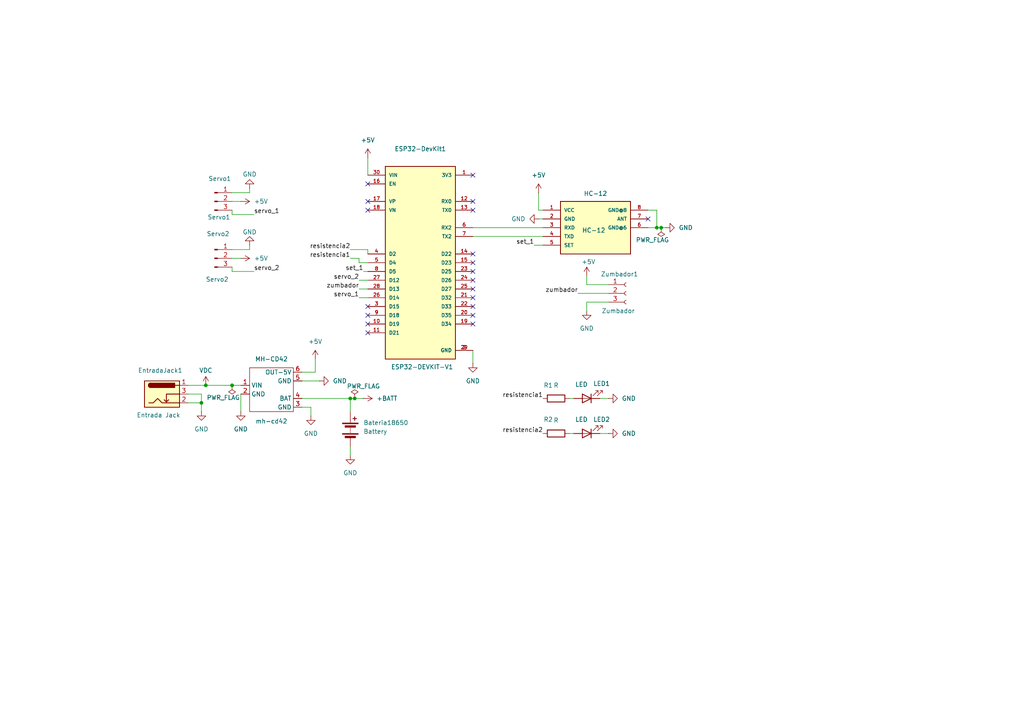
<source format=kicad_sch>
(kicad_sch (version 20231120) (generator "eeschema") (generator_version "8.0")
  (paper "A4")
  (lib_symbols
    (symbol "Connector:Barrel_Jack_Switch" (pin_names hide)
      (property "Reference" "J" (at 0 5.334 0))
      (property "Value" "Barrel_Jack_Switch" (at 0 -5.08 0))
      (symbol "Barrel_Jack_Switch_0_1"
        (rectangle (start -5.08 3.81) (end 5.08 -3.81) (stroke (width 0.254)) (fill (type background)))
        (arc (start -3.302 3.175) (mid -3.9343 2.54) (end -3.302 1.905) (stroke (width 0.254)))
        (arc (start -3.302 3.175) (mid -3.9343 2.54) (end -3.302 1.905) (stroke (width 0.254)) (fill (type outline)))
        (polyline (pts (xy 1.27 -2.286) (xy 1.905 -1.651)) (stroke (width 0.254)))
        (polyline (pts (xy 5.08 2.54) (xy 3.81 2.54)) (stroke (width 0.254)))
        (polyline (pts (xy 5.08 0) (xy 1.27 0) (xy 1.27 -2.286) (xy 0.635 -1.651)) (stroke (width 0.254)))
        (polyline (pts (xy -3.81 -2.54) (xy -2.54 -2.54) (xy -1.27 -1.27) (xy 0 -2.54) (xy 2.54 -2.54) (xy 5.08 -2.54)) (stroke (width 0.254)))
        (rectangle (start 3.683 3.175) (end -3.302 1.905) (stroke (width 0.254)) (fill (type outline)))
      )
      (symbol "Barrel_Jack_Switch_1_1"
        (pin passive line (at 7.62 2.54 180) (length 2.54) (name "~") (number "1"))
        (pin passive line (at 7.62 -2.54 180) (length 2.54) (name "~") (number "2"))
        (pin passive line (at 7.62 0 180) (length 2.54) (name "~") (number "3"))
      )
    )
    (symbol "Connector:Conn_01x03_Pin" (pin_names (offset 1.016) hide)
      (property "Reference" "J" (at 0 5.08 0))
      (property "Value" "Conn_01x03_Pin" (at 0 -5.08 0))
      (symbol "Conn_01x03_Pin_1_1"
        (polyline (pts (xy 1.27 -2.54) (xy 0.8636 -2.54)) (stroke (width 0.1524)))
        (polyline (pts (xy 1.27 0) (xy 0.8636 0)) (stroke (width 0.1524)))
        (polyline (pts (xy 1.27 2.54) (xy 0.8636 2.54)) (stroke (width 0.1524)))
        (rectangle (start 0.8636 -2.413) (end 0 -2.667) (stroke (width 0.1524)) (fill (type outline)))
        (rectangle (start 0.8636 0.127) (end 0 -0.127) (stroke (width 0.1524)) (fill (type outline)))
        (rectangle (start 0.8636 2.667) (end 0 2.413) (stroke (width 0.1524)) (fill (type outline)))
        (pin passive line (at 5.08 2.54 180) (length 3.81) (name "Pin_1") (number "1"))
        (pin passive line (at 5.08 0 180) (length 3.81) (name "Pin_2") (number "2"))
        (pin passive line (at 5.08 -2.54 180) (length 3.81) (name "Pin_3") (number "3"))
      )
    )
    (symbol "Connector:Conn_01x03_Socket" (pin_names (offset 1.016) hide)
      (property "Reference" "J" (at 0 5.08 0))
      (property "Value" "Conn_01x03_Socket" (at 0 -5.08 0))
      (symbol "Conn_01x03_Socket_1_1"
        (arc (start 0 -2.032) (mid -0.5058 -2.54) (end 0 -3.048) (stroke (width 0.1524)))
        (polyline (pts (xy -1.27 -2.54) (xy -0.508 -2.54)) (stroke (width 0.1524)))
        (polyline (pts (xy -1.27 0) (xy -0.508 0)) (stroke (width 0.1524)))
        (polyline (pts (xy -1.27 2.54) (xy -0.508 2.54)) (stroke (width 0.1524)))
        (arc (start 0 0.508) (mid -0.5058 0) (end 0 -0.508) (stroke (width 0.1524)))
        (arc (start 0 3.048) (mid -0.5058 2.54) (end 0 2.032) (stroke (width 0.1524)))
        (pin passive line (at -5.08 2.54 0) (length 3.81) (name "Pin_1") (number "1"))
        (pin passive line (at -5.08 0 0) (length 3.81) (name "Pin_2") (number "2"))
        (pin passive line (at -5.08 -2.54 0) (length 3.81) (name "Pin_3") (number "3"))
      )
    )
    (symbol "Device:Battery" (pin_numbers hide) (pin_names (offset 0) hide)
      (property "Reference" "BT" (at 2.54 2.54 0))
      (property "Value" "Battery" (at 2.54 0 0))
      (symbol "Battery_0_1"
        (rectangle (start -2.286 -1.27) (end 2.286 -1.524) (fill (type outline)))
        (rectangle (start -2.286 1.778) (end 2.286 1.524) (fill (type outline)))
        (rectangle (start -1.524 -2.032) (end 1.524 -2.54) (fill (type outline)))
        (rectangle (start -1.524 1.016) (end 1.524 0.508) (fill (type outline)))
        (polyline (pts (xy 0 -1.016) (xy 0 -0.762)))
        (polyline (pts (xy 0 -0.508) (xy 0 -0.254)))
        (polyline (pts (xy 0 0) (xy 0 0.254)))
        (polyline (pts (xy 0 1.778) (xy 0 2.54)))
        (polyline (pts (xy 0.762 3.048) (xy 1.778 3.048)) (stroke (width 0.254)))
        (polyline (pts (xy 1.27 3.556) (xy 1.27 2.54)) (stroke (width 0.254)))
      )
      (symbol "Battery_1_1"
        (pin passive line (at 0 5.08 270) (length 2.54) (name "+") (number "1"))
        (pin passive line (at 0 -5.08 90) (length 2.54) (name "-") (number "2"))
      )
    )
    (symbol "Device:LED" (pin_numbers hide) (pin_names (offset 1.016) hide)
      (property "Reference" "D" (at 0 2.54 0))
      (property "Value" "LED" (at 0 -2.54 0))
      (symbol "LED_0_1"
        (polyline (pts (xy -1.27 -1.27) (xy -1.27 1.27)) (stroke (width 0.254)))
        (polyline (pts (xy -1.27 0) (xy 1.27 0)))
        (polyline (pts (xy 1.27 -1.27) (xy 1.27 1.27) (xy -1.27 0) (xy 1.27 -1.27)) (stroke (width 0.254)))
        (polyline (pts (xy -3.048 -0.762) (xy -4.572 -2.286) (xy -3.81 -2.286) (xy -4.572 -2.286) (xy -4.572 -1.524)))
        (polyline (pts (xy -1.778 -0.762) (xy -3.302 -2.286) (xy -2.54 -2.286) (xy -3.302 -2.286) (xy -3.302 -1.524)))
      )
      (symbol "LED_1_1"
        (pin passive line (at -3.81 0 0) (length 2.54) (name "K") (number "1"))
        (pin passive line (at 3.81 0 180) (length 2.54) (name "A") (number "2"))
      )
    )
    (symbol "Device:R" (pin_numbers hide) (pin_names (offset 0))
      (property "Reference" "R" (at 2.032 0 90))
      (property "Value" "R" (at 0 0 90))
      (symbol "R_0_1"
        (rectangle (start -1.016 -2.54) (end 1.016 2.54) (stroke (width 0.254)))
      )
      (symbol "R_1_1"
        (pin passive line (at 0 3.81 270) (length 1.27) (name "~") (number "1"))
        (pin passive line (at 0 -3.81 90) (length 1.27) (name "~") (number "2"))
      )
    )
    (symbol "HC-12:HC-12" (pin_names (offset 1.016))
      (property "Reference" "U" (at -10.16 -10.16 0))
      (property "Value" "HC-12" (at 0 -10.16 0))
      (symbol "HC-12_0_0"
        (rectangle (start -10.16 -7.62) (end 10.16 7.62) (stroke (width 0.254)) (fill (type background)))
        (pin power_in line (at -15.24 5.08 0) (length 5.08) (name "VCC") (number "1"))
        (pin power_in line (at -15.24 2.54 0) (length 5.08) (name "GND") (number "2"))
        (pin bidirectional line (at -15.24 0 0) (length 5.08) (name "RXD") (number "3"))
        (pin bidirectional line (at -15.24 -2.54 0) (length 5.08) (name "TXD") (number "4"))
        (pin bidirectional line (at -15.24 -5.08 0) (length 5.08) (name "SET") (number "5"))
        (pin power_in line (at 15.24 0 180) (length 5.08) (name "GND@6") (number "6"))
        (pin bidirectional line (at 15.24 2.54 180) (length 5.08) (name "ANT") (number "7"))
        (pin power_in line (at 15.24 5.08 180) (length 5.08) (name "GND@8") (number "8"))
      )
    )
    (symbol "MH-CD42:mh-cd42"
      (property "Reference" "U" (at 0 7.62 0))
      (property "Value" "mh-cd42" (at 0 -7.62 0))
      (symbol "mh-cd42_0_1"
        (rectangle (start -6.35 6.35) (end 6.35 -6.35))
      )
      (symbol "mh-cd42_1_1"
        (pin power_in line (at -8.89 1.27 0) (length 2.54) (name "VIN") (number "1"))
        (pin passive line (at -8.89 -1.27 0) (length 2.54) (name "GND") (number "2"))
        (pin passive line (at 8.89 -5.08 180) (length 2.54) (name "GND") (number "3"))
        (pin passive line (at 8.89 -2.54 180) (length 2.54) (name "BAT") (number "4"))
        (pin passive line (at 8.89 2.54 180) (length 2.54) (name "GND") (number "5"))
        (pin power_out line (at 8.89 5.08 180) (length 2.54) (name "OUT-5V") (number "6"))
      )
    )
    (symbol "esp32devkit1:ESP32-DEVKIT-V1" (pin_names (offset 1.016))
      (property "Reference" "U" (at -10.16 30.48 0))
      (property "Value" "ESP32-DEVKIT-V1" (at -10.16 -30.48 0))
      (symbol "ESP32-DEVKIT-V1_0_0"
        (rectangle (start -10.16 -27.94) (end 10.16 27.94) (stroke (width 0.254)) (fill (type background)))
        (pin output line (at 15.24 25.4 180) (length 5.08) (name "3V3") (number "1"))
        (pin bidirectional line (at -15.24 -17.78 0) (length 5.08) (name "D19") (number "10"))
        (pin bidirectional line (at -15.24 -20.32 0) (length 5.08) (name "D21") (number "11"))
        (pin input line (at 15.24 17.78 180) (length 5.08) (name "RX0") (number "12"))
        (pin output line (at 15.24 15.24 180) (length 5.08) (name "TX0") (number "13"))
        (pin bidirectional line (at 15.24 2.54 180) (length 5.08) (name "D22") (number "14"))
        (pin bidirectional line (at 15.24 0 180) (length 5.08) (name "D23") (number "15"))
        (pin input line (at -15.24 22.86 0) (length 5.08) (name "EN") (number "16"))
        (pin bidirectional line (at -15.24 17.78 0) (length 5.08) (name "VP") (number "17"))
        (pin bidirectional line (at -15.24 15.24 0) (length 5.08) (name "VN") (number "18"))
        (pin bidirectional line (at 15.24 -17.78 180) (length 5.08) (name "D34") (number "19"))
        (pin power_in line (at 15.24 -25.4 180) (length 5.08) (name "GND") (number "2"))
        (pin bidirectional line (at 15.24 -15.24 180) (length 5.08) (name "D35") (number "20"))
        (pin bidirectional line (at 15.24 -10.16 180) (length 5.08) (name "D32") (number "21"))
        (pin bidirectional line (at 15.24 -12.7 180) (length 5.08) (name "D33") (number "22"))
        (pin bidirectional line (at 15.24 -2.54 180) (length 5.08) (name "D25") (number "23"))
        (pin bidirectional line (at 15.24 -5.08 180) (length 5.08) (name "D26") (number "24"))
        (pin bidirectional line (at 15.24 -7.62 180) (length 5.08) (name "D27") (number "25"))
        (pin bidirectional line (at -15.24 -10.16 0) (length 5.08) (name "D14") (number "26"))
        (pin bidirectional line (at -15.24 -5.08 0) (length 5.08) (name "D12") (number "27"))
        (pin bidirectional line (at -15.24 -7.62 0) (length 5.08) (name "D13") (number "28"))
        (pin power_in line (at 15.24 -25.4 180) (length 5.08) (name "GND") (number "29"))
        (pin bidirectional line (at -15.24 -12.7 0) (length 5.08) (name "D15") (number "3"))
        (pin input line (at -15.24 25.4 0) (length 5.08) (name "VIN") (number "30"))
        (pin bidirectional line (at -15.24 2.54 0) (length 5.08) (name "D2") (number "4"))
        (pin bidirectional line (at -15.24 0 0) (length 5.08) (name "D4") (number "5"))
        (pin input line (at 15.24 10.16 180) (length 5.08) (name "RX2") (number "6"))
        (pin output line (at 15.24 7.62 180) (length 5.08) (name "TX2") (number "7"))
        (pin bidirectional line (at -15.24 -2.54 0) (length 5.08) (name "D5") (number "8"))
        (pin bidirectional line (at -15.24 -15.24 0) (length 5.08) (name "D18") (number "9"))
      )
    )
    (symbol "power:+5V" (power) (pin_numbers hide) (pin_names (offset 0) hide)
      (property "Value" "+5V" (at 0 3.556 0))
      (symbol "+5V_0_1"
        (polyline (pts (xy -0.762 1.27) (xy 0 2.54)))
        (polyline (pts (xy 0 0) (xy 0 2.54)))
        (polyline (pts (xy 0 2.54) (xy 0.762 1.27)))
      )
      (symbol "+5V_1_1"
        (pin power_in line (at 0 0 90) (length 0) (name "~") (number "1"))
      )
    )
    (symbol "power:+BATT" (power) (pin_numbers hide) (pin_names (offset 0) hide)
      (property "Value" "+BATT" (at 0 3.556 0))
      (symbol "+BATT_0_1"
        (polyline (pts (xy -0.762 1.27) (xy 0 2.54)))
        (polyline (pts (xy 0 0) (xy 0 2.54)))
        (polyline (pts (xy 0 2.54) (xy 0.762 1.27)))
      )
      (symbol "+BATT_1_1"
        (pin power_in line (at 0 0 90) (length 0) (name "~") (number "1"))
      )
    )
    (symbol "power:GND" (power) (pin_numbers hide) (pin_names (offset 0) hide)
      (property "Value" "GND" (at 0 -3.81 0))
      (symbol "GND_0_1"
        (polyline (pts (xy 0 0) (xy 0 -1.27) (xy 1.27 -1.27) (xy 0 -2.54) (xy -1.27 -1.27) (xy 0 -1.27)))
      )
      (symbol "GND_1_1"
        (pin power_in line (at 0 0 270) (length 0) (name "~") (number "1"))
      )
    )
    (symbol "power:PWR_FLAG" (power) (pin_numbers hide) (pin_names (offset 0) hide)
      (property "Value" "PWR_FLAG" (at 0 3.81 0))
      (symbol "PWR_FLAG_0_0"
        (pin power_out line (at 0 0 90) (length 0) (name "~") (number "1"))
      )
      (symbol "PWR_FLAG_0_1"
        (polyline (pts (xy 0 0) (xy 0 1.27) (xy -1.016 1.905) (xy 0 2.54) (xy 1.016 1.905) (xy 0 1.27)))
      )
    )
    (symbol "power:VDC" (power) (pin_numbers hide) (pin_names (offset 0) hide)
      (property "Value" "VDC" (at 0 3.556 0))
      (symbol "VDC_0_1"
        (polyline (pts (xy -0.762 1.27) (xy 0 2.54)))
        (polyline (pts (xy 0 0) (xy 0 2.54)))
        (polyline (pts (xy 0 2.54) (xy 0.762 1.27)))
      )
      (symbol "VDC_1_1"
        (pin power_in line (at 0 0 90) (length 0) (name "~") (number "1"))
      )
    )
  )
  (junction (at 58.42 116.84))
  (junction (at 59.69 111.76))
  (junction (at 190.5 66.04))
  (junction (at 102.87 115.57))
  (junction (at 191.77 66.04))
  (junction (at 67.31 111.76))
  (junction (at 101.6 115.57))
  (no_connect (at 137.16 50.8))
  (no_connect (at 137.16 81.28))
  (no_connect (at 187.96 63.5))
  (no_connect (at 137.16 73.66))
  (no_connect (at 106.68 58.42))
  (no_connect (at 106.68 96.52))
  (no_connect (at 137.16 93.98))
  (no_connect (at 137.16 86.36))
  (no_connect (at 137.16 78.74))
  (no_connect (at 106.68 93.98))
  (no_connect (at 106.68 91.44))
  (no_connect (at 106.68 60.96))
  (no_connect (at 137.16 58.42))
  (no_connect (at 137.16 76.2))
  (no_connect (at 137.16 83.82))
  (no_connect (at 137.16 60.96))
  (no_connect (at 137.16 91.44))
  (no_connect (at 106.68 88.9))
  (no_connect (at 106.68 53.34))
  (no_connect (at 137.16 88.9))
  (wire (pts (xy 54.61 111.76) (xy 59.69 111.76)))
  (wire (pts (xy 101.6 119.38) (xy 101.6 115.57)))
  (wire (pts (xy 106.68 72.39) (xy 106.68 73.66)))
  (wire (pts (xy 105.41 78.74) (xy 106.68 78.74)))
  (wire (pts (xy 72.39 55.88) (xy 72.39 54.61)))
  (wire (pts (xy 167.64 85.09) (xy 176.53 85.09)))
  (wire (pts (xy 58.42 116.84) (xy 58.42 119.38)))
  (wire (pts (xy 156.21 63.5) (xy 157.48 63.5)))
  (wire (pts (xy 72.39 55.88) (xy 67.31 55.88)))
  (wire (pts (xy 90.17 120.65) (xy 90.17 118.11)))
  (wire (pts (xy 190.5 60.96) (xy 190.5 66.04)))
  (wire (pts (xy 106.68 76.2) (xy 104.14 76.2)))
  (wire (pts (xy 193.04 66.04) (xy 191.77 66.04)))
  (wire (pts (xy 104.14 86.36) (xy 106.68 86.36)))
  (wire (pts (xy 106.68 45.72) (xy 106.68 50.8)))
  (wire (pts (xy 67.31 111.76) (xy 69.85 111.76)))
  (wire (pts (xy 54.61 116.84) (xy 58.42 116.84)))
  (wire (pts (xy 170.18 82.55) (xy 176.53 82.55)))
  (wire (pts (xy 90.17 118.11) (xy 87.63 118.11)))
  (wire (pts (xy 173.99 125.73) (xy 176.53 125.73)))
  (wire (pts (xy 104.14 83.82) (xy 106.68 83.82)))
  (wire (pts (xy 67.31 60.96) (xy 67.31 62.23)))
  (wire (pts (xy 187.96 66.04) (xy 190.5 66.04)))
  (wire (pts (xy 166.37 125.73) (xy 165.1 125.73)))
  (wire (pts (xy 87.63 107.95) (xy 91.44 107.95)))
  (wire (pts (xy 67.31 58.42) (xy 69.85 58.42)))
  (wire (pts (xy 104.14 74.93) (xy 101.6 74.93)))
  (wire (pts (xy 58.42 114.3) (xy 58.42 116.84)))
  (wire (pts (xy 101.6 115.57) (xy 102.87 115.57)))
  (wire (pts (xy 87.63 110.49) (xy 92.71 110.49)))
  (wire (pts (xy 67.31 62.23) (xy 73.66 62.23)))
  (wire (pts (xy 157.48 60.96) (xy 156.21 60.96)))
  (wire (pts (xy 137.16 68.58) (xy 157.48 68.58)))
  (wire (pts (xy 67.31 78.74) (xy 73.66 78.74)))
  (wire (pts (xy 137.16 66.04) (xy 157.48 66.04)))
  (wire (pts (xy 67.31 72.39) (xy 72.39 72.39)))
  (wire (pts (xy 67.31 74.93) (xy 69.85 74.93)))
  (wire (pts (xy 102.87 115.57) (xy 105.41 115.57)))
  (wire (pts (xy 170.18 87.63) (xy 176.53 87.63)))
  (wire (pts (xy 104.14 76.2) (xy 104.14 74.93)))
  (wire (pts (xy 101.6 115.57) (xy 87.63 115.57)))
  (wire (pts (xy 187.96 60.96) (xy 190.5 60.96)))
  (wire (pts (xy 156.21 60.96) (xy 156.21 55.88)))
  (wire (pts (xy 137.16 101.6) (xy 137.16 105.41)))
  (wire (pts (xy 170.18 90.17) (xy 170.18 87.63)))
  (wire (pts (xy 101.6 72.39) (xy 106.68 72.39)))
  (wire (pts (xy 170.18 80.01) (xy 170.18 82.55)))
  (wire (pts (xy 166.37 115.57) (xy 165.1 115.57)))
  (wire (pts (xy 173.99 115.57) (xy 176.53 115.57)))
  (wire (pts (xy 59.69 111.76) (xy 67.31 111.76)))
  (wire (pts (xy 72.39 72.39) (xy 72.39 71.12)))
  (wire (pts (xy 101.6 129.54) (xy 101.6 132.08)))
  (wire (pts (xy 54.61 114.3) (xy 58.42 114.3)))
  (wire (pts (xy 67.31 77.47) (xy 67.31 78.74)))
  (wire (pts (xy 69.85 114.3) (xy 69.85 119.38)))
  (wire (pts (xy 104.14 81.28) (xy 106.68 81.28)))
  (wire (pts (xy 154.94 71.12) (xy 157.48 71.12)))
  (wire (pts (xy 191.77 66.04) (xy 190.5 66.04)))
  (wire (pts (xy 91.44 107.95) (xy 91.44 104.14)))
  (label "resistencia1" (at 157.48 115.57 180))
  (label "resistencia1" (at 101.6 74.93 180))
  (label "zumbador" (at 104.14 83.82 180))
  (label "servo_2" (at 73.66 78.74 0))
  (label "zumbador" (at 167.64 85.09 180))
  (label "set_1" (at 105.41 78.74 180))
  (label "servo_1" (at 104.14 86.36 180))
  (label "resistencia2" (at 101.6 72.39 180))
  (label "resistencia2" (at 157.48 125.73 180))
  (label "set_1" (at 154.94 71.12 180))
  (label "servo_1" (at 73.66 62.23 0))
  (label "servo_2" (at 104.14 81.28 180))
  (symbol (lib_id "power:+5V") (at 106.68 45.72 0) (unit 1)
    (property "Reference" "#PWR019" (effects (hide yes)))
    (property "Value" "+5V" (at 106.68 40.64 0))
    (property "Description" "Power symbol creates a global label with name \"+5V\"" (effects (hide yes)))
  )
  (symbol (lib_id "power:GND") (at 176.53 115.57 90) (unit 1)
    (property "Reference" "#PWR016" (effects (hide yes)))
    (property "Value" "GND" (at 180.34 115.5701 90) (effects (justify right)))
    (property "Description" "Power symbol creates a global label with name \"GND\" , ground" (effects (hide yes)))
  )
  (symbol (lib_id "Connector:Conn_01x03_Pin") (at 62.23 58.42 0) (unit 1)
    (property "Reference" "Servo1" (at 63.5 62.992 0))
    (property "Value" "Servo1" (at 63.754 51.816 0))
    (property "Footprint" "Connector_PinHeader_2.54mm:PinHeader_1x03_P2.54mm_Vertical" (effects (hide yes)))
    (property "Description" "Generic connector, single row, 01x03, script generated" (effects (hide yes)))
  )
  (symbol (lib_id "power:PWR_FLAG") (at 67.31 111.76 180) (unit 1)
    (property "Reference" "#FLG01" (effects (hide yes)))
    (property "Value" "PWR_FLAG" (at 64.77 115.316 0))
    (property "Description" "Special symbol for telling ERC where power comes from" (effects (hide yes)))
  )
  (symbol (lib_id "power:+5V") (at 170.18 80.01 0) (unit 1)
    (property "Reference" "#PWR017" (effects (hide yes)))
    (property "Value" "+5V" (at 170.688 75.946 0))
    (property "Description" "Power symbol creates a global label with name \"+5V\"" (effects (hide yes)))
  )
  (symbol (lib_id "Connector:Conn_01x03_Pin") (at 62.23 74.93 0) (unit 1)
    (property "Reference" "Servo2" (at 62.992 81.026 0))
    (property "Value" "Servo2" (at 63.246 67.818 0))
    (property "Footprint" "Connector_PinHeader_2.54mm:PinHeader_1x03_P2.54mm_Vertical" (effects (hide yes)))
    (property "Description" "Generic connector, single row, 01x03, script generated" (effects (hide yes)))
  )
  (symbol (lib_id "power:GND") (at 170.18 90.17 0) (unit 1)
    (property "Reference" "#PWR021" (effects (hide yes)))
    (property "Value" "GND" (at 170.18 95.25 0))
    (property "Description" "Power symbol creates a global label with name \"GND\" , ground" (effects (hide yes)))
  )
  (symbol (lib_id "power:GND") (at 72.39 54.61 180) (unit 1)
    (property "Reference" "#PWR013" (effects (hide yes)))
    (property "Value" "GND" (at 70.358 50.546 0) (effects (justify right)))
    (property "Description" "Power symbol creates a global label with name \"GND\" , ground" (effects (hide yes)))
  )
  (symbol (lib_id "power:PWR_FLAG") (at 191.77 66.04 180) (unit 1)
    (property "Reference" "#FLG03" (effects (hide yes)))
    (property "Value" "PWR_FLAG" (at 189.23 69.596 0))
    (property "Description" "Special symbol for telling ERC where power comes from" (effects (hide yes)))
  )
  (symbol (lib_id "Device:LED") (at 170.18 115.57 180) (unit 1)
    (property "Reference" "LED1" (at 174.498 111.252 0))
    (property "Value" "LED" (at 168.656 111.506 0))
    (property "Footprint" "LED_THT:LED_D3.0mm" (effects (hide yes)))
    (property "Description" "Light emitting diode" (effects (hide yes)))
  )
  (symbol (lib_id "power:+5V") (at 91.44 104.14 0) (unit 1)
    (property "Reference" "#PWR03" (effects (hide yes)))
    (property "Value" "+5V" (at 91.44 99.06 0))
    (property "Description" "Power symbol creates a global label with name \"+5V\"" (effects (hide yes)))
  )
  (symbol (lib_id "Device:Battery") (at 101.6 124.46 0) (unit 1)
    (property "Reference" "Bateria18650" (at 105.41 122.6184 0) (effects (justify left)))
    (property "Value" "Battery" (at 105.41 125.1584 0) (effects (justify left)))
    (property "Footprint" "Battery:BatteryHolder_Keystone_1042_1x18650" (effects (hide yes)))
    (property "Description" "Multiple-cell battery" (effects (hide yes)))
  )
  (symbol (lib_id "Device:R") (at 161.29 115.57 90) (unit 1)
    (property "Reference" "R1" (at 159.004 111.76 90))
    (property "Value" "R" (at 161.29 111.76 90))
    (property "Footprint" "Resistor_THT:R_Axial_DIN0207_L6.3mm_D2.5mm_P7.62mm_Horizontal" (effects (hide yes)))
    (property "Description" "Resistor" (effects (hide yes)))
  )
  (symbol (lib_id "Connector:Barrel_Jack_Switch") (at 46.99 114.3 0) (unit 1)
    (property "Reference" "EntradaJack1" (at 46.482 107.442 0))
    (property "Value" "Entrada Jack" (at 45.974 120.396 0))
    (property "Footprint" "Connector_BarrelJack:BarrelJack_Horizontal" (effects (hide yes)))
    (property "Description" "DC Barrel Jack with an internal switch" (effects (hide yes)))
  )
  (symbol (lib_id "Device:LED") (at 170.18 125.73 180) (unit 1)
    (property "Reference" "LED2" (at 174.498 121.666 0))
    (property "Value" "LED" (at 168.656 121.666 0))
    (property "Footprint" "LED_THT:LED_D3.0mm" (effects (hide yes)))
    (property "Description" "Light emitting diode" (effects (hide yes)))
  )
  (symbol (lib_id "power:GND") (at 58.42 119.38 0) (unit 1)
    (property "Reference" "#PWR09" (effects (hide yes)))
    (property "Value" "GND" (at 58.42 124.46 0))
    (property "Description" "Power symbol creates a global label with name \"GND\" , ground" (effects (hide yes)))
  )
  (symbol (lib_id "power:GND") (at 69.85 119.38 0) (unit 1)
    (property "Reference" "#PWR010" (effects (hide yes)))
    (property "Value" "GND" (at 69.85 124.46 0))
    (property "Description" "Power symbol creates a global label with name \"GND\" , ground" (effects (hide yes)))
  )
  (symbol (lib_id "power:GND") (at 156.21 63.5 270) (unit 1)
    (property "Reference" "#PWR011" (effects (hide yes)))
    (property "Value" "GND" (at 152.4 63.4999 90) (effects (justify right)))
    (property "Description" "Power symbol creates a global label with name \"GND\" , ground" (effects (hide yes)))
  )
  (symbol (lib_id "power:+5V") (at 69.85 58.42 270) (unit 1)
    (property "Reference" "#PWR015" (effects (hide yes)))
    (property "Value" "+5V" (at 73.66 58.4199 90) (effects (justify left)))
    (property "Description" "Power symbol creates a global label with name \"+5V\"" (effects (hide yes)))
  )
  (symbol (lib_id "power:GND") (at 137.16 105.41 0) (unit 1)
    (property "Reference" "#PWR018" (effects (hide yes)))
    (property "Value" "GND" (at 137.16 110.49 0))
    (property "Description" "Power symbol creates a global label with name \"GND\" , ground" (effects (hide yes)))
  )
  (symbol (lib_id "MH-CD42:mh-cd42") (at 78.74 113.03 0) (unit 1)
    (property "Reference" "MH-CD42" (at 78.74 104.14 0))
    (property "Value" "mh-cd42" (at 78.74 122.174 0))
    (property "Footprint" "MH-CD42:mh-cd42" (effects (hide yes)))
  )
  (symbol (lib_id "power:GND") (at 90.17 120.65 0) (unit 1)
    (property "Reference" "#PWR06" (effects (hide yes)))
    (property "Value" "GND" (at 90.17 125.73 0))
    (property "Description" "Power symbol creates a global label with name \"GND\" , ground" (effects (hide yes)))
  )
  (symbol (lib_id "power:GND") (at 92.71 110.49 90) (unit 1)
    (property "Reference" "#PWR05" (effects (hide yes)))
    (property "Value" "GND" (at 96.52 110.4899 90) (effects (justify right)))
    (property "Description" "Power symbol creates a global label with name \"GND\" , ground" (effects (hide yes)))
  )
  (symbol (lib_id "power:+5V") (at 69.85 74.93 270) (unit 1)
    (property "Reference" "#PWR014" (effects (hide yes)))
    (property "Value" "+5V" (at 73.66 74.9299 90) (effects (justify left)))
    (property "Description" "Power symbol creates a global label with name \"+5V\"" (effects (hide yes)))
  )
  (symbol (lib_id "power:+5V") (at 156.21 55.88 0) (unit 1)
    (property "Reference" "#PWR012" (effects (hide yes)))
    (property "Value" "+5V" (at 156.21 50.8 0))
    (property "Description" "Power symbol creates a global label with name \"+5V\"" (effects (hide yes)))
  )
  (symbol (lib_id "esp32devkit1:ESP32-DEVKIT-V1") (at 121.92 76.2 0) (unit 1)
    (property "Reference" "ESP32-DevKit1" (at 121.92 43.18 0))
    (property "Value" "ESP32-DEVKIT-V1" (at 122.428 106.426 0))
    (property "Footprint" "esp32devkit1:MODULE_ESP32_DEVKIT_V1" (effects (hide yes)))
    (property "MF" "Do it" (effects (hide yes)))
    (property "MAXIMUM_PACKAGE_HEIGHT" "6.8 mm" (effects (hide yes)))
    (property "Package" "None" (effects (hide yes)))
    (property "Price" "None" (effects (hide yes)))
    (property "Check_prices" "https://www.snapeda.com/parts/ESP32-DEVKIT-V1/Do+it/view-part/?ref=eda" (effects (hide yes)))
    (property "STANDARD" "Manufacturer Recommendations" (effects (hide yes)))
    (property "PARTREV" "N/A" (effects (hide yes)))
    (property "SnapEDA_Link" "https://www.snapeda.com/parts/ESP32-DEVKIT-V1/Do+it/view-part/?ref=snap" (effects (hide yes)))
    (property "MP" "ESP32-DEVKIT-V1" (effects (hide yes)))
    (property "Description_1" "\nDual core, Wi-Fi: 2.4 GHz up to 150 Mbits/s,BLE (Bluetooth Low Energy) and legacy Bluetooth, 32 bits, Up to 240 MHz\n" (effects (hide yes)))
    (property "Availability" "Not in stock" (effects (hide yes)))
    (property "MANUFACTURER" "DOIT" (effects (hide yes)))
  )
  (symbol (lib_id "power:PWR_FLAG") (at 102.87 115.57 0) (unit 1)
    (property "Reference" "#FLG02" (effects (hide yes)))
    (property "Value" "PWR_FLAG" (at 105.41 112.014 0))
    (property "Description" "Special symbol for telling ERC where power comes from" (effects (hide yes)))
  )
  (symbol (lib_id "Device:R") (at 161.29 125.73 90) (unit 1)
    (property "Reference" "R2" (at 159.004 121.666 90))
    (property "Value" "R" (at 161.29 121.92 90))
    (property "Footprint" "Resistor_THT:R_Axial_DIN0207_L6.3mm_D2.5mm_P7.62mm_Horizontal" (effects (hide yes)))
    (property "Description" "Resistor" (effects (hide yes)))
  )
  (symbol (lib_id "HC-12:HC-12") (at 172.72 66.04 0) (unit 1)
    (property "Reference" "HC-12" (at 172.72 56.134 0))
    (property "Value" "HC-12" (at 172.212 66.802 0))
    (property "Footprint" "HC-12:HC-12" (effects (hide yes)))
    (property "MF" "HC TECH" (effects (hide yes)))
    (property "Description_1" "\nWireless RF UART communication module\n" (effects (hide yes)))
    (property "Package" "None" (effects (hide yes)))
    (property "Price" "None" (effects (hide yes)))
    (property "SnapEDA_Link" "https://www.snapeda.com/parts/HC-12/HC+TECH/view-part/?ref=snap" (effects (hide yes)))
    (property "MP" "HC-12" (effects (hide yes)))
    (property "Availability" "Not in stock" (effects (hide yes)))
    (property "Check_prices" "https://www.snapeda.com/parts/HC-12/HC+TECH/view-part/?ref=eda" (effects (hide yes)))
  )
  (symbol (lib_id "power:GND") (at 176.53 125.73 90) (unit 1)
    (property "Reference" "#PWR020" (effects (hide yes)))
    (property "Value" "GND" (at 180.34 125.7301 90) (effects (justify right)))
    (property "Description" "Power symbol creates a global label with name \"GND\" , ground" (effects (hide yes)))
  )
  (symbol (lib_id "power:GND") (at 72.39 71.12 180) (unit 1)
    (property "Reference" "#PWR04" (effects (hide yes)))
    (property "Value" "GND" (at 70.358 67.31 0) (effects (justify right)))
    (property "Description" "Power symbol creates a global label with name \"GND\" , ground" (effects (hide yes)))
  )
  (symbol (lib_id "power:GND") (at 101.6 132.08 0) (unit 1)
    (property "Reference" "#PWR07" (effects (hide yes)))
    (property "Value" "GND" (at 101.6 137.16 0))
    (property "Description" "Power symbol creates a global label with name \"GND\" , ground" (effects (hide yes)))
  )
  (symbol (lib_id "Connector:Conn_01x03_Socket") (at 181.61 85.09 0) (unit 1)
    (property "Reference" "Zumbador1" (at 174.244 79.502 0) (effects (justify left)))
    (property "Value" "Zumbador" (at 174.498 90.17 0) (effects (justify left)))
    (property "Footprint" "Connector_PinSocket_2.54mm:PinSocket_1x03_P2.54mm_Vertical" (effects (hide yes)))
    (property "Description" "Generic connector, single row, 01x03, script generated" (effects (hide yes)))
  )
  (symbol (lib_id "power:+BATT") (at 105.41 115.57 270) (unit 1)
    (property "Reference" "#PWR08" (effects (hide yes)))
    (property "Value" "+BATT" (at 109.22 115.5699 90) (effects (justify left)))
    (property "Description" "Power symbol creates a global label with name \"+BATT\"" (effects (hide yes)))
  )
  (symbol (lib_id "power:GND") (at 193.04 66.04 90) (unit 1)
    (property "Reference" "#PWR02" (effects (hide yes)))
    (property "Value" "GND" (at 196.85 66.0399 90) (effects (justify right)))
    (property "Description" "Power symbol creates a global label with name \"GND\" , ground" (effects (hide yes)))
  )
  (symbol (lib_id "power:VDC") (at 59.69 111.76 0) (unit 1)
    (property "Reference" "#PWR01" (effects (hide yes)))
    (property "Value" "VDC" (at 59.69 107.442 0))
    (property "Description" "Power symbol creates a global label with name \"VDC\"" (effects (hide yes)))
  )
)
</source>
